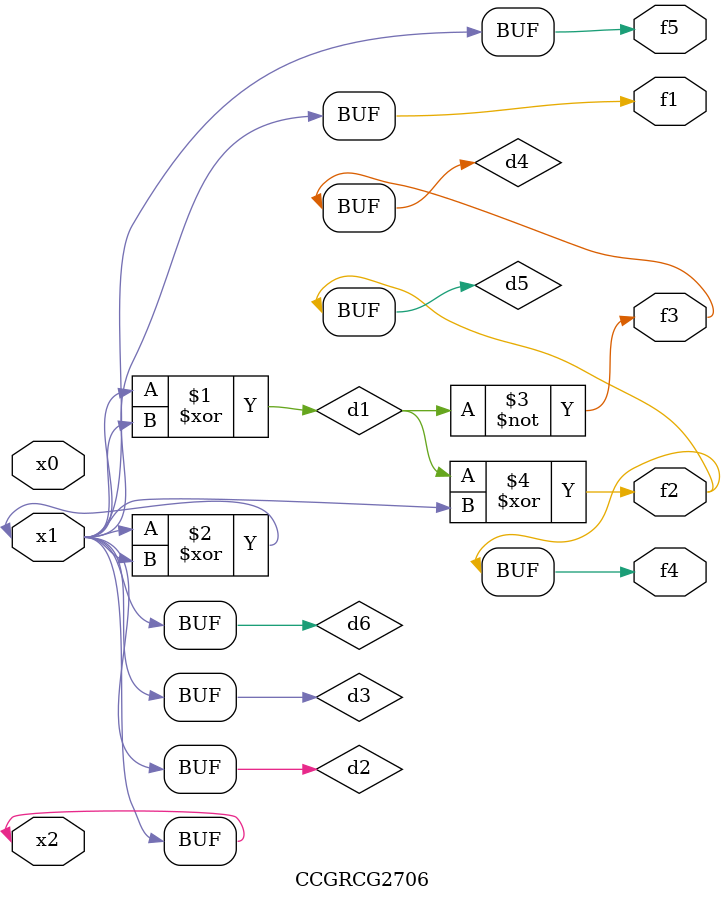
<source format=v>
module CCGRCG2706(
	input x0, x1, x2,
	output f1, f2, f3, f4, f5
);

	wire d1, d2, d3, d4, d5, d6;

	xor (d1, x1, x2);
	buf (d2, x1, x2);
	xor (d3, x1, x2);
	nor (d4, d1);
	xor (d5, d1, d2);
	buf (d6, d2, d3);
	assign f1 = d6;
	assign f2 = d5;
	assign f3 = d4;
	assign f4 = d5;
	assign f5 = d6;
endmodule

</source>
